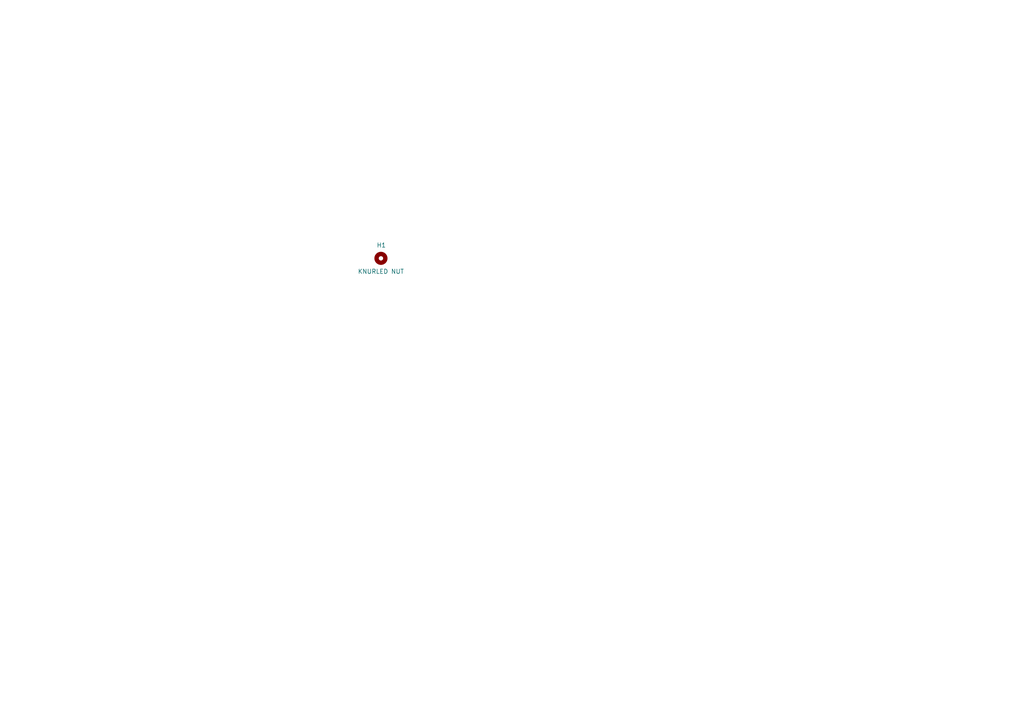
<source format=kicad_sch>
(kicad_sch (version 20211123) (generator eeschema)
  (paper "A4")
  (lib_symbols
    (symbol "Mechanical:MountingHole" (pin_names (offset 1.016))
      (property "Reference" "H" (at 0 5.08 0))
      (property "Value" "MountingHole" (at 0 3.175 0))
      (symbol "MountingHole_0_1"
        (circle (center 0 0) (radius 1.27) (stroke (width 1.27)))
      )
    )
  )
  (symbol (lib_id "Mechanical:MountingHole") (at 110.49 74.93 90) (mirror x) (unit 1)
    (property "Reference" "H1" (at 109.22 71.12 90) (effects (justify right)))
    (property "Value" "KNURLED NUT" (at 110.49 78.74 90))
    (property "Footprint" "Empty:Empty" (effects hide))
    (property "Device" "Knob" (effects hide))
    (property "Description" "Knurled Nuts" (effects hide))
    (property "Place" "No" (effects hide))
    (property "Dist" "Thonk" (effects hide))
    (property "DistLink" "https://www.thonk.co.uk/shop/thonkiconn/" (effects hide))
    (property "Remarks" "One nut bag contains already 50 pieces" (effects hide))
    (property "Simulator" "erb::ThonkPj398SmKnurled" (effects hide))
  )
)
</source>
